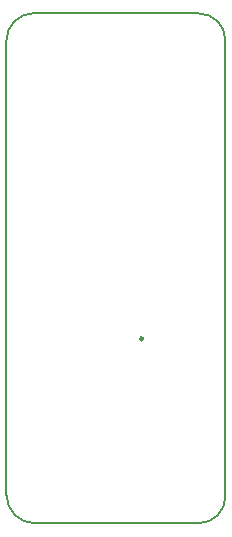
<source format=gbr>
%TF.GenerationSoftware,Altium Limited,Altium Designer,19.1.8 (144)*%
G04 Layer_Color=16711935*
%FSLAX26Y26*%
%MOIN*%
%TF.FileFunction,Other,Mechanical_1*%
%TF.Part,Single*%
G01*
G75*
%TA.AperFunction,NonConductor*%
%ADD40C,0.010000*%
%ADD44C,0.006000*%
D40*
X427175Y587175D02*
G03*
X427175Y587175I-5000J0D01*
G01*
D44*
X612175Y-27825D02*
G03*
X702175Y62175I0J90000D01*
G01*
X-27825Y67175D02*
G03*
X67175Y-27825I95000J0D01*
G01*
X62175Y1672175D02*
G03*
X-27825Y1582175I0J-90000D01*
G01*
X702175D02*
G03*
X612175Y1672175I-90000J0D01*
G01*
X702175Y62175D02*
Y1582175D01*
X67175Y-27825D02*
X612175D01*
X-27825Y67175D02*
Y1582175D01*
X62175Y1672175D02*
X612175D01*
%TF.MD5,6d8e9769733a3e3efa5a67de5cdcdd03*%
M02*

</source>
